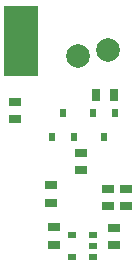
<source format=gbr>
G04 #@! TF.GenerationSoftware,KiCad,Pcbnew,(5.1.5-0-10_14)*
G04 #@! TF.CreationDate,2021-10-06T23:15:31+01:00*
G04 #@! TF.ProjectId,throwie,7468726f-7769-4652-9e6b-696361645f70,rev?*
G04 #@! TF.SameCoordinates,Original*
G04 #@! TF.FileFunction,Paste,Top*
G04 #@! TF.FilePolarity,Positive*
%FSLAX46Y46*%
G04 Gerber Fmt 4.6, Leading zero omitted, Abs format (unit mm)*
G04 Created by KiCad (PCBNEW (5.1.5-0-10_14)) date 2021-10-06 23:15:31*
%MOMM*%
%LPD*%
G04 APERTURE LIST*
%ADD10C,2.000000*%
%ADD11R,0.600000X0.800000*%
%ADD12R,0.800000X0.550000*%
%ADD13R,3.000000X6.000000*%
%ADD14R,1.000000X0.700000*%
%ADD15R,0.700000X1.000000*%
G04 APERTURE END LIST*
D10*
X61214000Y-71374000D03*
D11*
X57404000Y-76708000D03*
X56454000Y-78728000D03*
X58354000Y-78728000D03*
X60894000Y-78728000D03*
X59944000Y-76708000D03*
X61844000Y-76708000D03*
D12*
X58144000Y-88900000D03*
X58144000Y-87000000D03*
X59944000Y-87000000D03*
X59944000Y-87950000D03*
X59944000Y-88900000D03*
D13*
X53848000Y-70612000D03*
D10*
X58674000Y-71882000D03*
D14*
X56364000Y-84304000D03*
X56364000Y-82804000D03*
X61214000Y-84582000D03*
X61214000Y-83082000D03*
X62738000Y-83082000D03*
X62738000Y-84582000D03*
D15*
X60222000Y-75184000D03*
X61722000Y-75184000D03*
D14*
X58928000Y-80034000D03*
X58928000Y-81534000D03*
X53340000Y-75716000D03*
X53340000Y-77216000D03*
X56642000Y-87860000D03*
X56642000Y-86360000D03*
X61722000Y-86384000D03*
X61722000Y-87884000D03*
M02*

</source>
